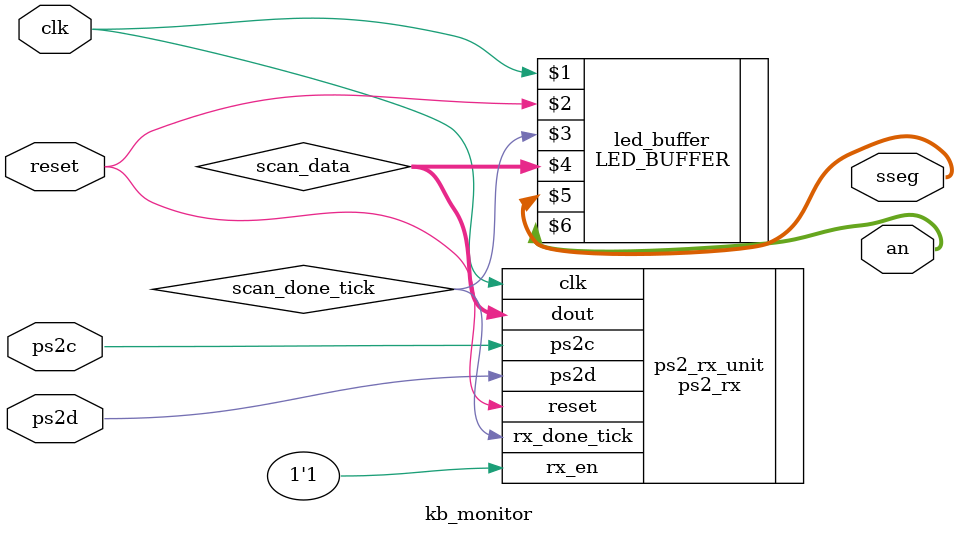
<source format=v>
`timescale 1ns / 1ps
module kb_monitor(
	input wire clk, reset,
	input wire ps2d, ps2c,
	output wire [3:0] an,
	output wire [7:0] sseg
    );
		
	wire [7:0] scan_data;
	wire scan_done_tick;
	
	ps2_rx ps2_rx_unit
	(.clk(clk), .reset(reset), .ps2d(ps2d), .ps2c(ps2c), .rx_en(1'b1), .rx_done_tick(scan_done_tick), .dout(scan_data));
	
	LED_BUFFER led_buffer
	(clk,reset, scan_done_tick,scan_data, sseg, an);

	
endmodule

</source>
